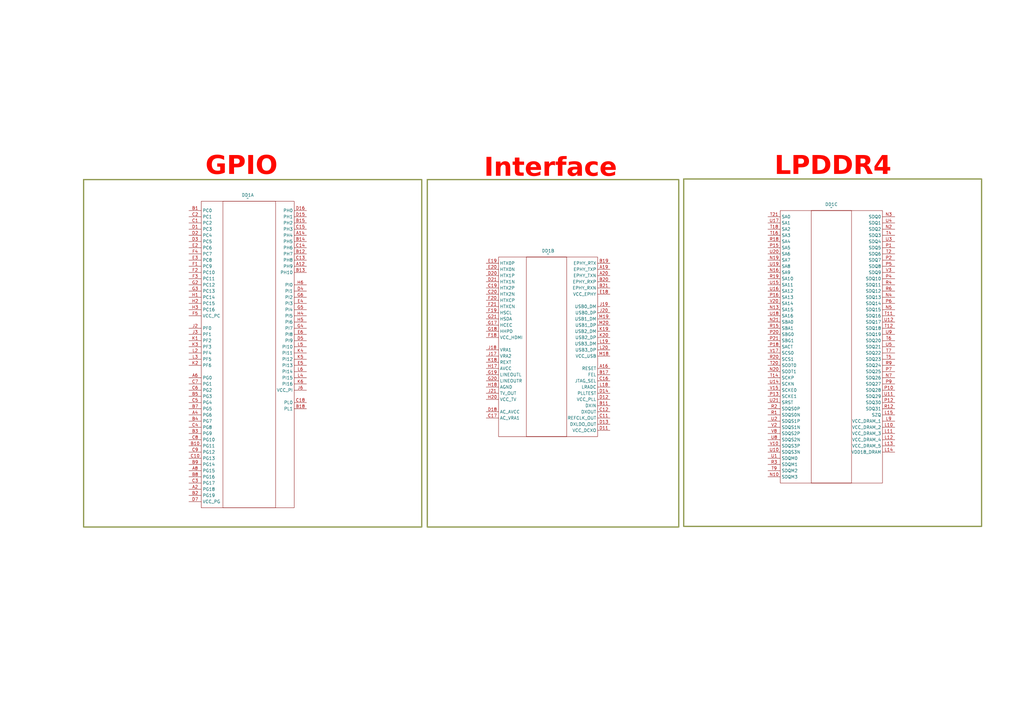
<source format=kicad_sch>
(kicad_sch (version 20231120) (generator "eeschema") (generator_version "8.0")
  (paper "A3")
  (title_block (title "Модуль вычислительный") (date "2025-02-09") (rev "1") (company "@madjogger") (comment 1 "ОРВК.467442.002.Э3") (comment 2 "Корнилов В.В."))
  (lib_symbols
    (symbol "h616:H616_chip"
      (property "Reference" "DD" (at 15.24 1.016 0))
      (symbol "H616_chip_1_1"
        (rectangle (start 5.08 0) (end 43.18 -125.73))
        (rectangle (start 13.97 0) (end 35.56 -125.73))
        (pin passive line (at 48.26 -26.67 180) (length 5.08) (name "PH9") (number "A12"))
        (pin passive line (at 48.26 -13.97 180) (length 5.08) (name "PH4") (number "A14"))
        (pin passive line (at 0 -118.11 0) (length 5.08) (name "PG18") (number "A2"))
        (pin passive line (at 0 -87.63 0) (length 5.08) (name "PG6") (number "A4"))
        (pin passive line (at 0 -72.39 0) (length 5.08) (name "PG0") (number "A6"))
        (pin passive line (at 0 -110.49 0) (length 5.08) (name "PG15") (number "A8"))
        (pin passive line (at 0 -3.81 0) (length 5.08) (name "PC0") (number "B1"))
        (pin passive line (at 0 -100.33 0) (length 5.08) (name "PG11") (number "B10"))
        (pin passive line (at 48.26 -21.59 180) (length 5.08) (name "PH7") (number "B12"))
        (pin passive line (at 48.26 -29.21 180) (length 5.08) (name "PH10") (number "B13"))
        (pin passive line (at 48.26 -16.51 180) (length 5.08) (name "PH5") (number "B14"))
        (pin passive line (at 48.26 -8.89 180) (length 5.08) (name "PH2") (number "B15"))
        (pin passive line (at 48.26 -85.09 180) (length 5.08) (name "PL1") (number "B18"))
        (pin passive line (at 0 -120.65 0) (length 5.08) (name "PG19") (number "B2"))
        (pin passive line (at 0 -95.25 0) (length 5.08) (name "PG9") (number "B3"))
        (pin passive line (at 0 -90.17 0) (length 5.08) (name "PG7") (number "B4"))
        (pin passive line (at 0 -80.01 0) (length 5.08) (name "PG3") (number "B5"))
        (pin passive line (at 0 -85.09 0) (length 5.08) (name "PG5") (number "B7"))
        (pin passive line (at 0 -113.03 0) (length 5.08) (name "PG16") (number "B8"))
        (pin passive line (at 0 -107.95 0) (length 5.08) (name "PG14") (number "B9"))
        (pin passive line (at 0 -8.89 0) (length 5.08) (name "PC2") (number "C1"))
        (pin passive line (at 0 -105.41 0) (length 5.08) (name "PG13") (number "C10"))
        (pin passive line (at 48.26 -24.13 180) (length 5.08) (name "PH8") (number "C13"))
        (pin passive line (at 48.26 -19.05 180) (length 5.08) (name "PH6") (number "C14"))
        (pin passive line (at 48.26 -11.43 180) (length 5.08) (name "PH3") (number "C15"))
        (pin passive line (at 48.26 -82.55 180) (length 5.08) (name "PL0") (number "C18"))
        (pin passive line (at 0 -6.35 0) (length 5.08) (name "PC1") (number "C2"))
        (pin passive line (at 0 -115.57 0) (length 5.08) (name "PG17") (number "C3"))
        (pin passive line (at 0 -92.71 0) (length 5.08) (name "PG8") (number "C4"))
        (pin passive line (at 0 -82.55 0) (length 5.08) (name "PG4") (number "C5"))
        (pin passive line (at 0 -77.47 0) (length 5.08) (name "PG2") (number "C6"))
        (pin passive line (at 0 -74.93 0) (length 5.08) (name "PG1") (number "C7"))
        (pin passive line (at 0 -97.79 0) (length 5.08) (name "PG10") (number "C8"))
        (pin passive line (at 0 -102.87 0) (length 5.08) (name "PG12") (number "C9"))
        (pin passive line (at 0 -11.43 0) (length 5.08) (name "PC3") (number "D1"))
        (pin passive line (at 48.26 -6.35 180) (length 5.08) (name "PH1") (number "D15"))
        (pin passive line (at 48.26 -3.81 180) (length 5.08) (name "PH0") (number "D16"))
        (pin passive line (at 0 -13.97 0) (length 5.08) (name "PC4") (number "D2"))
        (pin passive line (at 0 -16.51 0) (length 5.08) (name "PC5") (number "D3"))
        (pin passive line (at 48.26 -36.83 180) (length 5.08) (name "PI1") (number "D4"))
        (pin passive line (at 48.26 -57.15 180) (length 5.08) (name "PI9") (number "D5"))
        (pin passive line (at 0 -123.19 0) (length 5.08) (name "VCC_PG") (number "D7"))
        (pin passive line (at 0 -19.05 0) (length 5.08) (name "PC6") (number "E2"))
        (pin passive line (at 0 -24.13 0) (length 5.08) (name "PC8") (number "E3"))
        (pin passive line (at 48.26 -41.91 180) (length 5.08) (name "PI3") (number "E4"))
        (pin passive line (at 48.26 -67.31 180) (length 5.08) (name "PI13") (number "E5"))
        (pin passive line (at 48.26 -54.61 180) (length 5.08) (name "PI8") (number "E6"))
        (pin passive line (at 0 -26.67 0) (length 5.08) (name "PC9") (number "F1"))
        (pin passive line (at 0 -29.21 0) (length 5.08) (name "PC10") (number "F2"))
        (pin passive line (at 0 -31.75 0) (length 5.08) (name "PC11") (number "F3"))
        (pin passive line (at 0 -21.59 0) (length 5.08) (name "PC7") (number "F4"))
        (pin passive line (at 0 -46.99 0) (length 5.08) (name "VCC_PC") (number "F5"))
        (pin passive line (at 0 -34.29 0) (length 5.08) (name "PC12") (number "G2"))
        (pin passive line (at 0 -36.83 0) (length 5.08) (name "PC13") (number "G3"))
        (pin passive line (at 48.26 -52.07 180) (length 5.08) (name "PI7") (number "G4"))
        (pin passive line (at 48.26 -44.45 180) (length 5.08) (name "PI4") (number "G5"))
        (pin passive line (at 48.26 -39.37 180) (length 5.08) (name "PI2") (number "G6"))
        (pin passive line (at 0 -39.37 0) (length 5.08) (name "PC14") (number "H1"))
        (pin passive line (at 0 -41.91 0) (length 5.08) (name "PC15") (number "H2"))
        (pin passive line (at 0 -44.45 0) (length 5.08) (name "PC16") (number "H3"))
        (pin passive line (at 48.26 -46.99 180) (length 5.08) (name "PI5") (number "H4"))
        (pin passive line (at 48.26 -49.53 180) (length 5.08) (name "PI6") (number "H5"))
        (pin passive line (at 48.26 -34.29 180) (length 5.08) (name "PI0") (number "H6"))
        (pin passive line (at 0 -52.07 0) (length 5.08) (name "PF0") (number "J2"))
        (pin passive line (at 0 -54.61 0) (length 5.08) (name "PF1") (number "J3"))
        (pin passive line (at 48.26 -77.47 180) (length 5.08) (name "VCC_PI") (number "J6"))
        (pin passive line (at 0 -57.15 0) (length 5.08) (name "PF2") (number "K1"))
        (pin passive line (at 0 -67.31 0) (length 5.08) (name "PF6") (number "K2"))
        (pin passive line (at 0 -59.69 0) (length 5.08) (name "PF3") (number "K3"))
        (pin passive line (at 48.26 -62.23 180) (length 5.08) (name "PI11") (number "K4"))
        (pin passive line (at 48.26 -64.77 180) (length 5.08) (name "PI12") (number "K5"))
        (pin passive line (at 48.26 -74.93 180) (length 5.08) (name "PI16") (number "K6"))
        (pin passive line (at 0 -62.23 0) (length 5.08) (name "PF4") (number "L2"))
        (pin passive line (at 0 -64.77 0) (length 5.08) (name "PF5") (number "L3"))
        (pin passive line (at 48.26 -72.39 180) (length 5.08) (name "PI15") (number "L4"))
        (pin passive line (at 48.26 -59.69 180) (length 5.08) (name "PI10") (number "L5"))
        (pin passive line (at 48.26 -69.85 180) (length 5.08) (name "PI14") (number "L6"))
      )
      (symbol "H616_chip_2_1"
        (rectangle (start 5.08 -1.27) (end 45.72 -74.93))
        (rectangle (start 16.51 -1.27) (end 33.02 -74.93))
        (pin passive line (at 50.8 -46.99 180) (length 5.08) (name "RESET") (number "A16"))
        (pin passive line (at 50.8 -6.35 180) (length 5.08) (name "EPHY_TXP") (number "A19"))
        (pin passive line (at 50.8 -8.89 180) (length 5.08) (name "EPHY_TXN") (number "A20"))
        (pin passive line (at 50.8 -62.23 180) (length 5.08) (name "DXIN") (number "B11"))
        (pin passive line (at 50.8 -49.53 180) (length 5.08) (name "FEL") (number "B17"))
        (pin passive line (at 50.8 -3.81 180) (length 5.08) (name "EPHY_RTX") (number "B19"))
        (pin passive line (at 50.8 -11.43 180) (length 5.08) (name "EPHY_RXP") (number "B20"))
        (pin passive line (at 50.8 -13.97 180) (length 5.08) (name "EPHY_RXN") (number "B21"))
        (pin passive line (at 50.8 -67.31 180) (length 5.08) (name "REFCLK_OUT") (number "C11"))
        (pin passive line (at 50.8 -64.77 180) (length 5.08) (name "DXOUT") (number "C12"))
        (pin passive line (at 50.8 -52.07 180) (length 5.08) (name "JTAG_SEL") (number "C16"))
        (pin passive line (at 0 -67.31 0) (length 5.08) (name "AC_VRA1") (number "C17"))
        (pin passive line (at 0 -13.97 0) (length 5.08) (name "HTX2P") (number "C19"))
        (pin passive line (at 0 -16.51 0) (length 5.08) (name "HTX2N") (number "C20"))
        (pin passive line (at 50.8 -72.39 180) (length 5.08) (name "VCC_DCXO") (number "D11"))
        (pin passive line (at 50.8 -59.69 180) (length 5.08) (name "VCC_PLL") (number "D12"))
        (pin passive line (at 50.8 -69.85 180) (length 5.08) (name "DXLDO_OUT") (number "D13"))
        (pin passive line (at 50.8 -57.15 180) (length 5.08) (name "PLLTEST") (number "D14"))
        (pin passive line (at 0 -64.77 0) (length 5.08) (name "AC_AVCC") (number "D18"))
        (pin passive line (at 0 -8.89 0) (length 5.08) (name "HTX1P") (number "D20"))
        (pin passive line (at 0 -11.43 0) (length 5.08) (name "HTX1N") (number "D21"))
        (pin passive line (at 50.8 -16.51 180) (length 5.08) (name "VCC_EPHY") (number "E18"))
        (pin passive line (at 0 -3.81 0) (length 5.08) (name "HTX0P") (number "E19"))
        (pin passive line (at 0 -6.35 0) (length 5.08) (name "HTX0N") (number "E20"))
        (pin passive line (at 0 -34.29 0) (length 5.08) (name "VCC_HDMI") (number "F18"))
        (pin passive line (at 0 -24.13 0) (length 5.08) (name "HSCL") (number "F19"))
        (pin passive line (at 0 -19.05 0) (length 5.08) (name "HTXCP") (number "F20"))
        (pin passive line (at 0 -21.59 0) (length 5.08) (name "HTXCN") (number "F21"))
        (pin passive line (at 0 -29.21 0) (length 5.08) (name "HCEC") (number "G17"))
        (pin passive line (at 0 -31.75 0) (length 5.08) (name "HHPD") (number "G18"))
        (pin passive line (at 0 -49.53 0) (length 5.08) (name "LINEOUTL") (number "G19"))
        (pin passive line (at 0 -52.07 0) (length 5.08) (name "LINEOUTR") (number "G20"))
        (pin passive line (at 0 -26.67 0) (length 5.08) (name "HSDA") (number "G21"))
        (pin passive line (at 0 -46.99 0) (length 5.08) (name "AVCC") (number "H17"))
        (pin passive line (at 0 -54.61 0) (length 5.08) (name "AGND") (number "H18"))
        (pin passive line (at 0 -59.69 0) (length 5.08) (name "VCC_TV") (number "H20"))
        (pin passive line (at 0 -41.91 0) (length 5.08) (name "VRA2") (number "J17"))
        (pin passive line (at 0 -39.37 0) (length 5.08) (name "VRA1") (number "J18"))
        (pin passive line (at 50.8 -21.59 180) (length 5.08) (name "USB0_DM") (number "J19"))
        (pin passive line (at 50.8 -24.13 180) (length 5.08) (name "USB0_DP") (number "J20"))
        (pin passive line (at 0 -57.15 0) (length 5.08) (name "TV_OUT") (number "J21"))
        (pin passive line (at 0 -44.45 0) (length 5.08) (name "REXT") (number "K18"))
        (pin passive line (at 50.8 -31.75 180) (length 5.08) (name "USB2_DM") (number "K19"))
        (pin passive line (at 50.8 -34.29 180) (length 5.08) (name "USB2_DP") (number "K20"))
        (pin passive line (at 50.8 -54.61 180) (length 5.08) (name "LRADC") (number "L18"))
        (pin passive line (at 50.8 -36.83 180) (length 5.08) (name "USB3_DM") (number "L19"))
        (pin passive line (at 50.8 -39.37 180) (length 5.08) (name "USB3_DP") (number "L20"))
        (pin passive line (at 50.8 -41.91 180) (length 5.08) (name "VCC_USB") (number "M18"))
        (pin passive line (at 50.8 -26.67 180) (length 5.08) (name "USB1_DM") (number "M19"))
        (pin passive line (at 50.8 -29.21 180) (length 5.08) (name "USB1_DP") (number "M20"))
      )
      (symbol "H616_chip_3_1"
        (rectangle (start 5.08 0) (end 46.99 -111.76))
        (rectangle (start 34.29 -111.76) (end 17.78 0))
        (pin passive line (at 52.07 -88.9 180) (length 5.08) (name "VCC_DRAM_2") (number "L10"))
        (pin passive line (at 52.07 -91.44 180) (length 5.08) (name "VCC_DRAM_3") (number "L11"))
        (pin passive line (at 52.07 -93.98 180) (length 5.08) (name "VCC_DRAM_4") (number "L12"))
        (pin passive line (at 52.07 -96.52 180) (length 5.08) (name "VCC_DRAM_5") (number "L13"))
        (pin passive line (at 52.07 -99.06 180) (length 5.08) (name "VDD18_DRAM") (number "L14"))
        (pin passive line (at 52.07 -83.82 180) (length 5.08) (name "SZQ") (number "L15"))
        (pin passive line (at 52.07 -86.36 180) (length 5.08) (name "VCC_DRAM_1") (number "L9"))
        (pin passive line (at 0 -109.22 0) (length 5.08) (name "SDQM3") (number "N10"))
        (pin passive line (at 0 -40.64 0) (length 5.08) (name "SA15") (number "N13"))
        (pin passive line (at 0 -25.4 0) (length 5.08) (name "SA9") (number "N16"))
        (pin passive line (at 0 -20.32 0) (length 5.08) (name "SA7") (number "N19"))
        (pin passive line (at 52.07 -7.62 180) (length 5.08) (name "SDQ2") (number "N2"))
        (pin passive line (at 0 -66.04 0) (length 5.08) (name "SODT1") (number "N20"))
        (pin passive line (at 0 -45.72 0) (length 5.08) (name "SBA0") (number "N21"))
        (pin passive line (at 52.07 -2.54 180) (length 5.08) (name "SDQ0") (number "N3"))
        (pin passive line (at 52.07 -35.56 180) (length 5.08) (name "SDQ13") (number "N4"))
        (pin passive line (at 52.07 -40.64 180) (length 5.08) (name "SDQ15") (number "N5"))
        (pin passive line (at 52.07 -68.58 180) (length 5.08) (name "SDQ26") (number "N7"))
        (pin passive line (at 52.07 -15.24 180) (length 5.08) (name "SDQ5") (number "P1"))
        (pin passive line (at 52.07 -73.66 180) (length 5.08) (name "SDQ28") (number "P10"))
        (pin passive line (at 52.07 -78.74 180) (length 5.08) (name "SDQ30") (number "P12"))
        (pin passive line (at 0 -76.2 0) (length 5.08) (name "SCKE1") (number "P13"))
        (pin passive line (at 0 -15.24 0) (length 5.08) (name "SA5") (number "P15"))
        (pin passive line (at 0 -35.56 0) (length 5.08) (name "SA13") (number "P16"))
        (pin passive line (at 0 -55.88 0) (length 5.08) (name "SACT") (number "P18"))
        (pin passive line (at 52.07 -20.32 180) (length 5.08) (name "SDQ7") (number "P2"))
        (pin passive line (at 0 -50.8 0) (length 5.08) (name "SBG0") (number "P20"))
        (pin passive line (at 0 -53.34 0) (length 5.08) (name "SBG1") (number "P21"))
        (pin passive line (at 52.07 -27.94 180) (length 5.08) (name "SDQ10") (number "P4"))
        (pin passive line (at 52.07 -22.86 180) (length 5.08) (name "SDQ8") (number "P5"))
        (pin passive line (at 52.07 -38.1 180) (length 5.08) (name "SDQ14") (number "P6"))
        (pin passive line (at 52.07 -66.04 180) (length 5.08) (name "SDQ25") (number "P7"))
        (pin passive line (at 52.07 -71.12 180) (length 5.08) (name "SDQ27") (number "P9"))
        (pin passive line (at 0 -83.82 0) (length 5.08) (name "SDQS0N") (number "R1"))
        (pin passive line (at 52.07 -81.28 180) (length 5.08) (name "SDQ31") (number "R12"))
        (pin passive line (at 0 -48.26 0) (length 5.08) (name "SBA1") (number "R15"))
        (pin passive line (at 0 -12.7 0) (length 5.08) (name "SA4") (number "R18"))
        (pin passive line (at 0 -27.94 0) (length 5.08) (name "SA10") (number "R19"))
        (pin passive line (at 0 -81.28 0) (length 5.08) (name "SDQS0P") (number "R2"))
        (pin passive line (at 0 -60.96 0) (length 5.08) (name "SCS1") (number "R20"))
        (pin passive line (at 0 -104.14 0) (length 5.08) (name "SDQM1") (number "R3"))
        (pin passive line (at 52.07 -30.48 180) (length 5.08) (name "SDQ11") (number "R4"))
        (pin passive line (at 52.07 -33.02 180) (length 5.08) (name "SDQ12") (number "R6"))
        (pin passive line (at 52.07 -63.5 180) (length 5.08) (name "SDQ24") (number "R9"))
        (pin passive line (at 52.07 -43.18 180) (length 5.08) (name "SDQ16") (number "T11"))
        (pin passive line (at 52.07 -48.26 180) (length 5.08) (name "SDQ18") (number "T12"))
        (pin passive line (at 0 -68.58 0) (length 5.08) (name "SCKP") (number "T14"))
        (pin passive line (at 0 -10.16 0) (length 5.08) (name "SA3") (number "T16"))
        (pin passive line (at 0 -7.62 0) (length 5.08) (name "SA2") (number "T18"))
        (pin passive line (at 52.07 -17.78 180) (length 5.08) (name "SDQ6") (number "T2"))
        (pin passive line (at 0 -63.5 0) (length 5.08) (name "SODT0") (number "T20"))
        (pin passive line (at 0 -2.54 0) (length 5.08) (name "SA0") (number "T21"))
        (pin passive line (at 52.07 -10.16 180) (length 5.08) (name "SDQ3") (number "T4"))
        (pin passive line (at 52.07 -60.96 180) (length 5.08) (name "SDQ23") (number "T5"))
        (pin passive line (at 52.07 -53.34 180) (length 5.08) (name "SDQ20") (number "T6"))
        (pin passive line (at 52.07 -58.42 180) (length 5.08) (name "SDQ22") (number "T7"))
        (pin passive line (at 0 -106.68 0) (length 5.08) (name "SDQM2") (number "T9"))
        (pin passive line (at 0 -101.6 0) (length 5.08) (name "SDQM0") (number "U1"))
        (pin passive line (at 0 -99.06 0) (length 5.08) (name "SDQS3N") (number "U10"))
        (pin passive line (at 52.07 -76.2 180) (length 5.08) (name "SDQ29") (number "U11"))
        (pin passive line (at 52.07 -45.72 180) (length 5.08) (name "SDQ17") (number "U12"))
        (pin passive line (at 0 -71.12 0) (length 5.08) (name "SCKN") (number "U14"))
        (pin passive line (at 0 -30.48 0) (length 5.08) (name "SA11") (number "U15"))
        (pin passive line (at 0 -33.02 0) (length 5.08) (name "SA12") (number "U16"))
        (pin passive line (at 0 -5.08 0) (length 5.08) (name "SA1") (number "U17"))
        (pin passive line (at 0 -43.18 0) (length 5.08) (name "SA16") (number "U18"))
        (pin passive line (at 0 -22.86 0) (length 5.08) (name "SA8") (number "U19"))
        (pin passive line (at 0 -86.36 0) (length 5.08) (name "SDQS1P") (number "U2"))
        (pin passive line (at 0 -17.78 0) (length 5.08) (name "SA6") (number "U20"))
        (pin passive line (at 0 -78.74 0) (length 5.08) (name "SRST") (number "U21"))
        (pin passive line (at 52.07 -12.7 180) (length 5.08) (name "SDQ4") (number "U3"))
        (pin passive line (at 52.07 -5.08 180) (length 5.08) (name "SDQ1") (number "U4"))
        (pin passive line (at 52.07 -55.88 180) (length 5.08) (name "SDQ21") (number "U5"))
        (pin passive line (at 0 -93.98 0) (length 5.08) (name "SDQS2N") (number "U8"))
        (pin passive line (at 52.07 -50.8 180) (length 5.08) (name "SDQ19") (number "U9"))
        (pin passive line (at 0 -96.52 0) (length 5.08) (name "SDQS3P") (number "V10"))
        (pin passive line (at 0 -73.66 0) (length 5.08) (name "SCKE0") (number "V15"))
        (pin passive line (at 0 -58.42 0) (length 5.08) (name "SCS0") (number "V17"))
        (pin passive line (at 0 -88.9 0) (length 5.08) (name "SDQS1N") (number "V2"))
        (pin passive line (at 0 -38.1 0) (length 5.08) (name "SA14") (number "V20"))
        (pin passive line (at 52.07 -25.4 180) (length 5.08) (name "SDQ9") (number "V3"))
        (pin passive line (at 0 -91.44 0) (length 5.08) (name "SDQS2P") (number "V8"))
      )
      (symbol "H616_chip_4_1"
        (rectangle (start 5.08 -1.27) (end 44.45 -107.95))
        (rectangle (start 16.51 -1.27) (end 34.29 -107.95))
        (pin passive line (at 0 -69.85 0) (length 5.08) (name "GND_1") (number "A1"))
        (pin passive line (at 0 -72.39 0) (length 5.08) (name "GND_2") (number "A10"))
        (pin passive line (at 0 -74.93 0) (length 5.08) (name "GND_3") (number "A18"))
        (pin passive line (at 0 -77.47 0) (length 5.08) (name "GND_4") (number "A21"))
        (pin passive line (at 0 -82.55 0) (length 5.08) (name "GND_6") (number "B16"))
        (pin passive line (at 0 -80.01 0) (length 5.08) (name "GND_5") (number "B6"))
        (pin passive line (at 0 -63.5 0) (length 5.08) (name "VCC_IO") (number "D10"))
        (pin passive line (at 0 -85.09 0) (length 5.08) (name "GND_7") (number "D19"))
        (pin passive line (at 0 -49.53 0) (length 5.08) (name "VDD_GPU_2") (number "F10"))
        (pin passive line (at 0 -3.81 0) (length 5.08) (name "VDD_SYS_1") (number "F11"))
        (pin passive line (at 0 -6.35 0) (length 5.08) (name "VDD_SYS_2") (number "F12"))
        (pin passive line (at 0 -8.89 0) (length 5.08) (name "VDD_SYS_3") (number "F13"))
        (pin passive line (at 0 -87.63 0) (length 5.08) (name "GND_8") (number "F14"))
        (pin passive line (at 0 -90.17 0) (length 5.08) (name "GND_9") (number "F15"))
        (pin passive line (at 0 -57.15 0) (length 5.08) (name "VDD_GPUFB") (number "F8"))
        (pin passive line (at 0 -46.99 0) (length 5.08) (name "VDD_GPU_1") (number "F9"))
        (pin passive line (at 0 -11.43 0) (length 5.08) (name "VDD_SYS_4") (number "G10"))
        (pin passive line (at 0 -13.97 0) (length 5.08) (name "VDD_SYS_5") (number "G11"))
        (pin passive line (at 0 -16.51 0) (length 5.08) (name "VDD_SYS_6") (number "G12"))
        (pin passive line (at 0 -92.71 0) (length 5.08) (name "GND_10") (number "G13"))
        (pin passive line (at 0 -95.25 0) (length 5.08) (name "GND_11") (number "G14"))
        (pin passive line (at 0 -97.79 0) (length 5.08) (name "GND_12") (number "G15"))
        (pin passive line (at 0 -52.07 0) (length 5.08) (name "VDD_GPU_3") (number "G8"))
        (pin passive line (at 0 -54.61 0) (length 5.08) (name "VDD_GPU_4") (number "G9"))
        (pin passive line (at 0 -100.33 0) (length 5.08) (name "GND_13") (number "H10"))
        (pin passive line (at 0 -102.87 0) (length 5.08) (name "GND_14") (number "H11"))
        (pin passive line (at 0 -105.41 0) (length 5.08) (name "GND_15") (number "H12"))
        (pin passive line (at 49.53 -3.81 180) (length 5.08) (name "GND_16") (number "H13"))
        (pin passive line (at 49.53 -6.35 180) (length 5.08) (name "GND_17") (number "H14"))
        (pin passive line (at 49.53 -8.89 180) (length 5.08) (name "GND_18") (number "H15"))
        (pin passive line (at 49.53 -11.43 180) (length 5.08) (name "GND_19") (number "H19"))
        (pin passive line (at 0 -24.13 0) (length 5.08) (name "VDD_CPU_1") (number "H8"))
        (pin passive line (at 0 -26.67 0) (length 5.08) (name "VDD_CPU_2") (number "H9"))
        (pin passive line (at 0 -34.29 0) (length 5.08) (name "VDD_CPU_5") (number "J10"))
        (pin passive line (at 0 -36.83 0) (length 5.08) (name "VDD_CPU_6") (number "J11"))
        (pin passive line (at 49.53 -13.97 180) (length 5.08) (name "GND_20") (number "J12"))
        (pin passive line (at 49.53 -16.51 180) (length 5.08) (name "GND_21") (number "J13"))
        (pin passive line (at 49.53 -19.05 180) (length 5.08) (name "GND_22") (number "J14"))
        (pin passive line (at 49.53 -21.59 180) (length 5.08) (name "GND_23") (number "J15"))
        (pin passive line (at 0 -29.21 0) (length 5.08) (name "VDD_CPU_3") (number "J8"))
        (pin passive line (at 0 -31.75 0) (length 5.08) (name "VDD_CPU_4") (number "J9"))
        (pin passive line (at 49.53 -29.21 180) (length 5.08) (name "GND_26") (number "K10"))
        (pin passive line (at 49.53 -31.75 180) (length 5.08) (name "GND_27") (number "K11"))
        (pin passive line (at 49.53 -34.29 180) (length 5.08) (name "GND_28") (number "K12"))
        (pin passive line (at 49.53 -36.83 180) (length 5.08) (name "GND_29") (number "K13"))
        (pin passive line (at 49.53 -39.37 180) (length 5.08) (name "GND_30") (number "K14"))
        (pin passive line (at 49.53 -41.91 180) (length 5.08) (name "GND_31") (number "K15"))
        (pin passive line (at 49.53 -24.13 180) (length 5.08) (name "GND_24") (number "K8"))
        (pin passive line (at 49.53 -26.67 180) (length 5.08) (name "GND_25") (number "K9"))
        (pin passive line (at 49.53 -44.45 180) (length 5.08) (name "GND_32") (number "L21"))
        (pin passive line (at 0 -39.37 0) (length 5.08) (name "VDD_CPUFB") (number "L8"))
        (pin passive line (at 49.53 -46.99 180) (length 5.08) (name "GND_33") (number "M1"))
        (pin passive line (at 49.53 -49.53 180) (length 5.08) (name "GND_34") (number "M2"))
        (pin passive line (at 49.53 -52.07 180) (length 5.08) (name "GND_35") (number "M3"))
        (pin passive line (at 49.53 -59.69 180) (length 5.08) (name "GND_38") (number "N12"))
        (pin passive line (at 49.53 -62.23 180) (length 5.08) (name "GND_39") (number "N15"))
        (pin passive line (at 49.53 -64.77 180) (length 5.08) (name "GND_40") (number "N18"))
        (pin passive line (at 49.53 -54.61 180) (length 5.08) (name "GND_36") (number "N6"))
        (pin passive line (at 49.53 -57.15 180) (length 5.08) (name "GND_37") (number "N9"))
        (pin passive line (at 49.53 -67.31 180) (length 5.08) (name "GND_41") (number "P3"))
        (pin passive line (at 49.53 -72.39 180) (length 5.08) (name "GND_43") (number "R21"))
        (pin passive line (at 49.53 -69.85 180) (length 5.08) (name "GND_42") (number "R5"))
        (pin passive line (at 49.53 -74.93 180) (length 5.08) (name "GND_44") (number "T1"))
        (pin passive line (at 49.53 -82.55 180) (length 5.08) (name "GND_47") (number "T10"))
        (pin passive line (at 49.53 -85.09 180) (length 5.08) (name "GND_48") (number "T15"))
        (pin passive line (at 49.53 -87.63 180) (length 5.08) (name "GND_49") (number "T17"))
        (pin passive line (at 49.53 -77.47 180) (length 5.08) (name "GND_45") (number "T3"))
        (pin passive line (at 49.53 -80.01 180) (length 5.08) (name "GND_46") (number "T8"))
        (pin passive line (at 49.53 -92.71 180) (length 5.08) (name "GND_51") (number "U13"))
        (pin passive line (at 49.53 -90.17 180) (length 5.08) (name "GND_50") (number "U6"))
        (pin passive line (at 49.53 -95.25 180) (length 5.08) (name "GND_52") (number "V1"))
        (pin passive line (at 49.53 -100.33 180) (length 5.08) (name "GND_54") (number "V12"))
        (pin passive line (at 49.53 -102.87 180) (length 5.08) (name "GND_55") (number "V19"))
        (pin passive line (at 49.53 -105.41 180) (length 5.08) (name "GND_56") (number "V21"))
        (pin passive line (at 49.53 -97.79 180) (length 5.08) (name "GND_53") (number "V5"))
      )
    )
  )
  (rectangle (start 280.416 73.406) (end 402.59 215.9) (stroke (width 0.508) (color 141 151 76 1)))
  (rectangle (start 34.29 73.66) (end 172.974 216.154) (stroke (width 0.508) (color 141 151 76 1)))
  (rectangle (start 175.26 73.66) (end 278.384 216.154) (stroke (width 0.508) (color 141 151 76 1)))
  (text "LPDDR4" (at 341.63 70.358 0) (effects (font (size 7.62 7.62) (thickness 0.254) (bold yes))))
  (text "Interface" (at 225.806 71.12 0) (effects (font (size 7.62 7.62) (thickness 0.254) (bold yes))))
  (text "GPIO" (at 99.06 70.358 0) (effects (font (size 7.62 7.62) (thickness 0.254) (bold yes))))
  (symbol (lib_id "h616:H616_chip") (at 199.39 104.14 0) (unit 2)
    (property "Reference" "DD1" (at 224.79 102.87 0))
    (property "Value" "~" (at 224.79 104.14 0))
    (property "Footprint" "H616:H616" (effects (hide yes)))
  )
  (symbol (lib_id "h616:H616_chip") (at 314.96 86.36 0) (unit 3)
    (property "Reference" "DD1" (at 340.995 83.82 0))
    (property "Value" "~" (at 340.995 85.09 0))
    (property "Footprint" "H616:H616" (effects (hide yes)))
  )
  (symbol (lib_id "h616:H616_chip") (at 77.47 82.55 0) (unit 1)
    (property "Reference" "DD1" (at 101.6 80.01 0))
    (property "Value" "~" (at 101.6 81.28 0))
    (property "Footprint" "H616:H616" (effects (hide yes)))
  )
)
</source>
